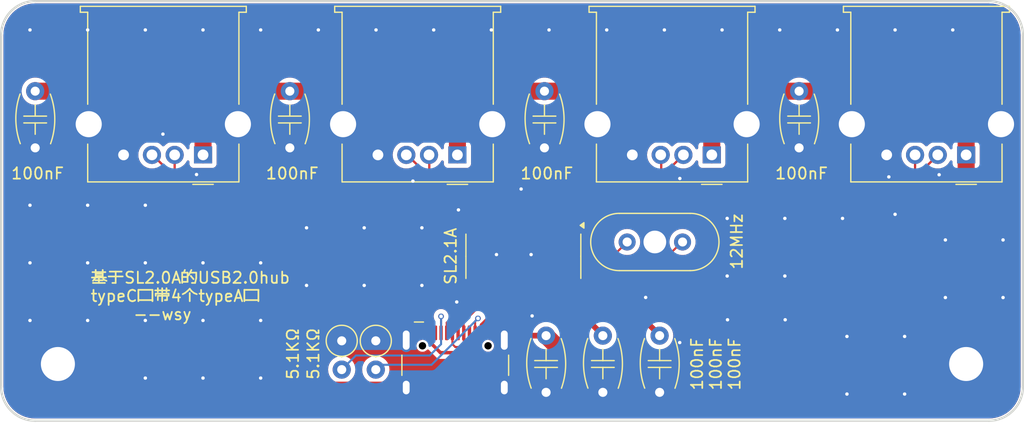
<source format=kicad_pcb>
(kicad_pcb (version 20240108) (generator "pcbnew") (generator_version "8.0")
  (layers (0 "F.Cu" signal) (31 "B.Cu" signal) (34 "B.Paste" user) (35 "F.Paste" user) (36 "B.SilkS" user "B.Silkscreen") (37 "F.SilkS" user "F.Silkscreen") (38 "B.Mask" user) (39 "F.Mask" user) (44 "Edge.Cuts" user))
  (net 0 "")
  (net 1 "GND")
  (net 2 "Net-(U1-XIN)")
  (net 3 "Net-(U1-XOUT)")
  (net 4 "VBUS")
  (net 5 "Net-(USB2-CC2)")
  (net 6 "Net-(USB2-CC1)")
  (net 7 "/USBA3_D+")
  (net 8 "/USBA2_D+")
  (net 9 "/USBA4_D-")
  (net 10 "/USBC_D+")
  (net 11 "/USBA1_D+")
  (net 12 "/USBA1_D-")
  (net 13 "/USBA2_D-")
  (net 14 "/USBC_D-")
  (net 15 "/USBA3_D-")
  (net 16 "/USBA4_D+")
  (net 17 "/VDD33")
  (net 18 "/VDD18")
  (footprint "PCM_Capacitor_THT_US_AKL:C_Disc_D5.1mm_W3.2mm_P5.00mm" (layer "F.Cu") (at 103 107.94 -90)
    (property "Reference" "C4" (hide yes))
    (property "Value" "100nF" (at 7.26 -0.21429 0) (layer "F.SilkS"))
    (fp_line (start 1.2 0) (end 2.2 0) (stroke (width 0.12)) (layer "F.SilkS"))
    (fp_line (start 2.2 0) (end 2.2 1) (stroke (width 0.12)) (layer "F.SilkS"))
    (fp_line (start 2.2 0) (end 2.2 -1) (stroke (width 0.12)) (layer "F.SilkS"))
    (fp_line (start 2.8 0) (end 3.8 0) (stroke (width 0.12)) (layer "F.SilkS"))
    (fp_line (start 2.8 -1) (end 2.8 1) (stroke (width 0.12)) (layer "F.SilkS"))
    (fp_arc (start 4.628144 1.313323) (mid 2.44283 1.704462) (end 0.254 1.3335) (stroke (width 0.12)) (layer "F.SilkS"))
    (fp_arc (start 0.261356 -1.3335) (mid 2.44667 -1.724639) (end 4.6355 -1.353676) (stroke (width 0.12)) (layer "F.SilkS"))
    (pad "1" thru_hole circle (at 0 0 270) (size 1.6 1.6) (drill 0.8) (layers "*.Cu" "*.Mask") (net 4 "VBUS"))
    (pad "2" thru_hole circle (at 5 0 270) (size 1.6 1.6) (drill 0.8) (layers "*.Cu" "*.Mask") (net 1 "GND"))
  )
  (footprint "Connector_USB:USB_C_Receptacle_HCTL_HC-TYPE-C-16P-01A" (layer "F.Cu") (at 140 133)
    (property "Reference" "USB2" (hide yes))
    (property "Value" "TYPE-C 16PIN 2MD(073)" (hide yes))
    (fp_line (start -4.7 -1.78) (end -4.7 0) (stroke (width 0.12)) (layer "F.SilkS"))
    (fp_line (start -2.8 -4.7) (end -3.6 -4.7) (stroke (width 0.12)) (layer "F.SilkS"))
    (fp_line (start 4.7 -1.78) (end 4.7 0) (stroke (width 0.12)) (layer "F.SilkS"))
    (pad "" np_thru_hole circle (at -2.89 -2.605) (size 0.65 0.65) (drill 0.65) (layers "*.Mask"))
    (pad "" np_thru_hole circle (at 2.89 -2.605) (size 0.65 0.65) (drill 0.65) (layers "*.Mask"))
    (pad "A1" smd roundrect (at -3.2 -3.745) (size 0.6 1.3) (layers "F.Cu" "F.Paste" "F.Mask") (net 1 "GND"))
    (pad "A4" smd roundrect (at -2.4 -3.745) (size 0.6 1.3) (layers "F.Cu" "F.Paste" "F.Mask") (net 4 "VBUS"))
    (pad "A5" smd roundrect (at -1.25 -3.745) (size 0.3 1.3) (layers "F.Cu" "F.Paste" "F.Mask") (net 6 "Net-(USB2-CC1)"))
    (pad "A6" smd roundrect (at -0.25 -3.745) (size 0.3 1.3) (layers "F.Cu" "F.Paste" "F.Mask") (net 10 "/USBC_D+"))
    (pad "A7" smd roundrect (at 0.25 -3.745) (size 0.3 1.3) (layers "F.Cu" "F.Paste" "F.Mask") (net 14 "/USBC_D-"))
    (pad "A8" smd roundrect (at 1.25 -3.745) (size 0.3 1.3) (layers "F.Cu" "F.Paste" "F.Mask"))
    (pad "A9" smd roundrect (at 2.4 -3.745) (size 0.6 1.3) (layers "F.Cu" "F.Paste" "F.Mask") (net 4 "VBUS"))
    (pad "A12" smd roundrect (at 3.2 -3.745) (size 0.6 1.3) (layers "F.Cu" "F.Paste" "F.Mask") (net 1 "GND"))
    (pad "B1" smd roundrect (at 3.2 -3.745) (size 0.6 1.3) (layers "F.Cu" "F.Paste" "F.Mask") (net 1 "GND"))
    (pad "B4" smd roundrect (at 2.4 -3.745) (size 0.6 1.3) (layers "F.Cu" "F.Paste" "F.Mask") (net 4 "VBUS"))
    (pad "B5" smd roundrect (at 1.75 -3.745) (size 0.3 1.3) (layers "F.Cu" "F.Paste" "F.Mask") (net 5 "Net-(USB2-CC2)"))
    (pad "B6" smd roundrect (at 0.75 -3.745) (size 0.3 1.3) (layers "F.Cu" "F.Paste" "F.Mask") (net 10 "/USBC_D+"))
    (pad "B7" smd roundrect (at -0.75 -3.745) (size 0.3 1.3) (layers "F.Cu" "F.Paste" "F.Mask") (net 14 "/USBC_D-"))
    (pad "B8" smd roundrect (at -1.75 -3.745) (size 0.3 1.3) (layers "F.Cu" "F.Paste" "F.Mask"))
    (pad "B9" smd roundrect (at -2.4 -3.745) (size 0.6 1.3) (layers "F.Cu" "F.Paste" "F.Mask") (net 4 "VBUS"))
    (pad "B12" smd roundrect (at -3.2 -3.745) (size 0.6 1.3) (layers "F.Cu" "F.Paste" "F.Mask") (net 1 "GND"))
    (pad "S1" thru_hole oval (at -4.32 -3.105) (size 1 2.1) (drill oval 0.6 1.7) (layers "*.Cu" "*.Mask") (net 1 "GND"))
    (pad "S1" thru_hole oval (at -4.32 1.075) (size 1 1.6) (drill oval 0.6 1.2) (layers "*.Cu" "*.Mask") (net 1 "GND"))
    (pad "S1" thru_hole oval (at 4.32 -3.105) (size 1 2.1) (drill oval 0.6 1.7) (layers "*.Cu" "*.Mask") (net 1 "GND"))
    (pad "S1" thru_hole oval (at 4.32 1.075) (size 1 1.6) (drill oval 0.6 1.2) (layers "*.Cu" "*.Mask") (net 1 "GND"))
  )
  (footprint "PCM_Capacitor_THT_US_AKL:C_Disc_D5.1mm_W3.2mm_P5.00mm" (layer "F.Cu") (at 125.42857 107.94 -90)
    (property "Reference" "C8" (hide yes))
    (property "Value" "100nF" (at 7.26 -0.21429 0) (layer "F.SilkS"))
    (fp_line (start 1.2 0) (end 2.2 0) (stroke (width 0.12)) (layer "F.SilkS"))
    (fp_line (start 2.2 0) (end 2.2 1) (stroke (width 0.12)) (layer "F.SilkS"))
    (fp_line (start 2.2 0) (end 2.2 -1) (stroke (width 0.12)) (layer "F.SilkS"))
    (fp_line (start 2.8 0) (end 3.8 0) (stroke (width 0.12)) (layer "F.SilkS"))
    (fp_line (start 2.8 -1) (end 2.8 1) (stroke (width 0.12)) (layer "F.SilkS"))
    (fp_arc (start 4.628144 1.313323) (mid 2.44283 1.704462) (end 0.254 1.3335) (stroke (width 0.12)) (layer "F.SilkS"))
    (fp_arc (start 0.261356 -1.3335) (mid 2.44667 -1.724639) (end 4.6355 -1.353676) (stroke (width 0.12)) (layer "F.SilkS"))
    (pad "1" thru_hole circle (at 0 0 270) (size 1.6 1.6) (drill 0.8) (layers "*.Cu" "*.Mask") (net 4 "VBUS"))
    (pad "2" thru_hole circle (at 5 0 270) (size 1.6 1.6) (drill 0.8) (layers "*.Cu" "*.Mask") (net 1 "GND"))
  )
  (footprint "MountingHole:MountingHole_3mm_Pad" (layer "F.Cu") (at 185 132)
    (property "Reference" "H1" (hide yes))
    (property "Value" "~")
    (pad "1" thru_hole circle (at 0 0) (size 6 6) (drill 3) (layers "*.Cu" "*.Mask") (net 1 "GND"))
  )
  (footprint "PCM_Capacitor_THT_US_AKL:C_Disc_D5.1mm_W3.2mm_P5.00mm" (layer "F.Cu") (at 148 129.5 -90)
    (property "Reference" "C7" (hide yes))
    (property "Value" "100nF" (at 2.5 -13.3 -90) (layer "F.SilkS"))
    (fp_line (start 1.2 0) (end 2.2 0) (stroke (width 0.12)) (layer "F.SilkS"))
    (fp_line (start 2.2 0) (end 2.2 1) (stroke (width 0.12)) (layer "F.SilkS"))
    (fp_line (start 2.2 0) (end 2.2 -1) (stroke (width 0.12)) (layer "F.SilkS"))
    (fp_line (start 2.8 0) (end 3.8 0) (stroke (width 0.12)) (layer "F.SilkS"))
    (fp_line (start 2.8 -1) (end 2.8 1) (stroke (width 0.12)) (layer "F.SilkS"))
    (fp_arc (start 4.628144 1.313323) (mid 2.44283 1.704462) (end 0.254 1.3335) (stroke (width 0.12)) (layer "F.SilkS"))
    (fp_arc (start 0.261356 -1.3335) (mid 2.44667 -1.724639) (end 4.6355 -1.353676) (stroke (width 0.12)) (layer "F.SilkS"))
    (pad "1" thru_hole circle (at 0 0 270) (size 1.6 1.6) (drill 0.8) (layers "*.Cu" "*.Mask") (net 4 "VBUS"))
    (pad "2" thru_hole circle (at 5 0 270) (size 1.6 1.6) (drill 0.8) (layers "*.Cu" "*.Mask") (net 1 "GND"))
  )
  (footprint "PCM_Capacitor_THT_US_AKL:C_Disc_D5.1mm_W3.2mm_P5.00mm" (layer "F.Cu") (at 147.85714 107.94 -90)
    (property "Reference" "C6" (hide yes))
    (property "Value" "100nF" (at 7.26 -0.21429 0) (layer "F.SilkS"))
    (fp_line (start 1.2 0) (end 2.2 0) (stroke (width 0.12)) (layer "F.SilkS"))
    (fp_line (start 2.2 0) (end 2.2 1) (stroke (width 0.12)) (layer "F.SilkS"))
    (fp_line (start 2.2 0) (end 2.2 -1) (stroke (width 0.12)) (layer "F.SilkS"))
    (fp_line (start 2.8 0) (end 3.8 0) (stroke (width 0.12)) (layer "F.SilkS"))
    (fp_line (start 2.8 -1) (end 2.8 1) (stroke (width 0.12)) (layer "F.SilkS"))
    (fp_arc (start 4.628144 1.313323) (mid 2.44283 1.704462) (end 0.254 1.3335) (stroke (width 0.12)) (layer "F.SilkS"))
    (fp_arc (start 0.261356 -1.3335) (mid 2.44667 -1.724639) (end 4.6355 -1.353676) (stroke (width 0.12)) (layer "F.SilkS"))
    (pad "1" thru_hole circle (at 0 0 270) (size 1.6 1.6) (drill 0.8) (layers "*.Cu" "*.Mask") (net 4 "VBUS"))
    (pad "2" thru_hole circle (at 5 0 270) (size 1.6 1.6) (drill 0.8) (layers "*.Cu" "*.Mask") (net 1 "GND"))
  )
  (footprint "MountingHole:MountingHole_3mm_Pad" (layer "F.Cu") (at 105 132)
    (property "Reference" "H2" (hide yes))
    (property "Value" "~")
    (pad "1" thru_hole circle (at 0 0) (size 6 6) (drill 3) (layers "*.Cu" "*.Mask") (net 1 "GND"))
  )
  (footprint "PCM_Resistor_THT_AKL:R_Axial_DIN0207_L6.3mm_D2.5mm_P2.54mm_Vertical" (layer "F.Cu") (at 133 129.955 -90)
    (property "Reference" "R1" (hide yes))
    (property "Value" "5.1KΩ" (at 1.145 5.5 -90) (layer "F.SilkS"))
    (fp_line (start 1.37 0) (end 1.44 0) (stroke (width 0.12)) (layer "F.SilkS"))
    (fp_circle (center 0 0) (end 1.37 0) (stroke (width 0.12)) (fill none) (layer "F.SilkS"))
    (pad "1" thru_hole circle (at 0 0 270) (size 1.6 1.6) (drill 0.8) (layers "*.Cu" "*.Mask") (net 1 "GND"))
    (pad "2" thru_hole oval (at 2.54 0 270) (size 1.6 1.6) (drill 0.8) (layers "*.Cu" "*.Mask") (net 5 "Net-(USB2-CC2)"))
  )
  (footprint "Connector_USB:USB_A_Molex_67643_Horizontal" (layer "F.Cu") (at 185 113.56 180)
    (property "Reference" "USB1" (hide yes))
    (property "Value" "USB_A" (hide yes))
    (fp_line (start 10.81 13.1) (end 10.81 12.58) (stroke (width 0.12)) (layer "F.SilkS"))
    (fp_line (start 10.81 12.58) (end 10.16 12.58) (stroke (width 0.12)) (layer "F.SilkS"))
    (fp_line (start 10.16 4.47) (end 10.16 12.58) (stroke (width 0.12)) (layer "F.SilkS"))
    (fp_line (start 10.16 -2.38) (end 10.16 0.95) (stroke (width 0.12)) (layer "F.SilkS"))
    (fp_line (start -0.9 -2.6) (end 0.9 -2.6) (stroke (width 0.12)) (layer "F.SilkS"))
    (fp_line (start -3.16 12.58) (end -3.16 4.47) (stroke (width 0.12)) (layer "F.SilkS"))
    (fp_line (start -3.16 12.58) (end -3.81 12.58) (stroke (width 0.12)) (layer "F.SilkS"))
    (fp_line (start -3.16 -2.38) (end 10.16 -2.38) (stroke (width 0.12)) (layer "F.SilkS"))
    (fp_line (start -3.16 -2.38) (end -3.16 0.95) (stroke (width 0.12)) (layer "F.SilkS"))
    (fp_line (start -3.81 13.1) (end 10.81 13.1) (stroke (width 0.12)) (layer "F.SilkS"))
    (fp_line (start -3.81 12.58) (end -3.81 13.1) (stroke (width 0.12)) (layer "F.SilkS"))
    (pad "1" thru_hole rect (at 0 0 180) (size 1.6 1.5) (drill 0.95) (layers "*.Cu" "*.Mask") (net 4 "VBUS"))
    (pad "2" thru_hole circle (at 2.5 0 180) (size 1.6 1.6) (drill 0.95) (layers "*.Cu" "*.Mask") (net 12 "/USBA1_D-"))
    (pad "3" thru_hole circle (at 4.5 0 180) (size 1.6 1.6) (drill 0.95) (layers "*.Cu" "*.Mask") (net 11 "/USBA1_D+"))
    (pad "4" thru_hole circle (at 7 0 180) (size 1.6 1.6) (drill 0.95) (layers "*.Cu" "*.Mask") (net 1 "GND"))
    (pad "5" thru_hole circle (at -3.07 2.71 180) (size 3 3) (drill 2.3) (layers "*.Cu" "*.Mask") (net 1 "GND"))
    (pad "5" thru_hole circle (at 10.07 2.71 180) (size 3 3) (drill 2.3) (layers "*.Cu" "*.Mask") (net 1 "GND"))
  )
  (footprint "PCM_Capacitor_THT_US_AKL:C_Disc_D5.1mm_W3.2mm_P5.00mm" (layer "F.Cu") (at 158 129.5 -90)
    (property "Reference" "C3" (hide yes))
    (property "Value" "100nF" (at 2.5 -6.6 -90) (layer "F.SilkS"))
    (fp_line (start 1.2 0) (end 2.2 0) (stroke (width 0.12)) (layer "F.SilkS"))
    (fp_line (start 2.2 0) (end 2.2 1) (stroke (width 0.12)) (layer "F.SilkS"))
    (fp_line (start 2.2 0) (end 2.2 -1) (stroke (width 0.12)) (layer "F.SilkS"))
    (fp_line (start 2.8 0) (end 3.8 0) (stroke (width 0.12)) (layer "F.SilkS"))
    (fp_line (start 2.8 -1) (end 2.8 1) (stroke (width 0.12)) (layer "F.SilkS"))
    (fp_arc (start 4.628144 1.313323) (mid 2.44283 1.704462) (end 0.254 1.3335) (stroke (width 0.12)) (layer "F.SilkS"))
    (fp_arc (start 0.261356 -1.3335) (mid 2.44667 -1.724639) (end 4.6355 -1.353676) (stroke (width 0.12)) (layer "F.SilkS"))
    (pad "1" thru_hole circle (at 0 0 270) (size 1.6 1.6) (drill 0.8) (layers "*.Cu" "*.Mask") (net 18 "/VDD18"))
    (pad "2" thru_hole circle (at 5 0 270) (size 1.6 1.6) (drill 0.8) (layers "*.Cu" "*.Mask") (net 1 "GND"))
  )
  (footprint "Connector_USB:USB_A_Molex_67643_Horizontal" (layer "F.Cu") (at 162.594761 113.56 180)
    (property "Reference" "USB3" (hide yes))
    (property "Value" "USB_A" (hide yes))
    (fp_line (start 10.81 13.1) (end 10.81 12.58) (stroke (width 0.12)) (layer "F.SilkS"))
    (fp_line (start 10.81 12.58) (end 10.16 12.58) (stroke (width 0.12)) (layer "F.SilkS"))
    (fp_line (start 10.16 4.47) (end 10.16 12.58) (stroke (width 0.12)) (layer "F.SilkS"))
    (fp_line (start 10.16 -2.38) (end 10.16 0.95) (stroke (width 0.12)) (layer "F.SilkS"))
    (fp_line (start -0.9 -2.6) (end 0.9 -2.6) (stroke (width 0.12)) (layer "F.SilkS"))
    (fp_line (start -3.16 12.58) (end -3.16 4.47) (stroke (width 0.12)) (layer "F.SilkS"))
    (fp_line (start -3.16 12.58) (end -3.81 12.58) (stroke (width 0.12)) (layer "F.SilkS"))
    (fp_line (start -3.16 -2.38) (end 10.16 -2.38) (stroke (width 0.12)) (layer "F.SilkS"))
    (fp_line (start -3.16 -2.38) (end -3.16 0.95) (stroke (width 0.12)) (layer "F.SilkS"))
    (fp_line (start -3.81 13.1) (end 10.81 13.1) (stroke (width 0.12)) (layer "F.SilkS"))
    (fp_line (start -3.81 12.58) (end -3.81 13.1) (stroke (width 0.12)) (layer "F.SilkS"))
    (pad "1" thru_hole rect (at 0 0 180) (size 1.6 1.5) (drill 0.95) (layers "*.Cu" "*.Mask") (net 4 "VBUS"))
    (pad "2" thru_hole circle (at 2.5 0 180) (size 1.6 1.6) (drill 0.95) (layers "*.Cu" "*.Mask") (net 13 "/USBA2_D-"))
    (pad "3" thru_hole circle (at 4.5 0 180) (size 1.6 1.6) (drill 0.95) (layers "*.Cu" "*.Mask") (net 8 "/USBA2_D+"))
    (pad "4" thru_hole circle (at 7 0 180) (size 1.6 1.6) (drill 0.95) (layers "*.Cu" "*.Mask") (net 1 "GND"))
    (pad "5" thru_hole circle (at -3.07 2.71 180) (size 3 3) (drill 2.3) (layers "*.Cu" "*.Mask") (net 1 "GND"))
    (pad "5" thru_hole circle (at 10.07 2.71 180) (size 3 3) (drill 2.3) (layers "*.Cu" "*.Mask") (net 1 "GND"))
  )
  (footprint "PCM_Capacitor_THT_US_AKL:C_Disc_D5.1mm_W3.2mm_P5.00mm" (layer "F.Cu") (at 153 129.5 -90)
    (property "Reference" "C2" (hide yes))
    (property "Value" "100nF" (at 2.5 -9.95 -90) (layer "F.SilkS"))
    (fp_line (start 1.2 0) (end 2.2 0) (stroke (width 0.12)) (layer "F.SilkS"))
    (fp_line (start 2.2 0) (end 2.2 1) (stroke (width 0.12)) (layer "F.SilkS"))
    (fp_line (start 2.2 0) (end 2.2 -1) (stroke (width 0.12)) (layer "F.SilkS"))
    (fp_line (start 2.8 0) (end 3.8 0) (stroke (width 0.12)) (layer "F.SilkS"))
    (fp_line (start 2.8 -1) (end 2.8 1) (stroke (width 0.12)) (layer "F.SilkS"))
    (fp_arc (start 4.628144 1.313323) (mid 2.44283 1.704462) (end 0.254 1.3335) (stroke (width 0.12)) (layer "F.SilkS"))
    (fp_arc (start 0.261356 -1.3335) (mid 2.44667 -1.724639) (end 4.6355 -1.353676) (stroke (width 0.12)) (layer "F.SilkS"))
    (pad "1" thru_hole circle (at 0 0 270) (size 1.6 1.6) (drill 0.8) (layers "*.Cu" "*.Mask") (net 17 "/VDD33"))
    (pad "2" thru_hole circle (at 5 0 270) (size 1.6 1.6) (drill 0.8) (layers "*.Cu" "*.Mask") (net 1 "GND"))
  )
  (footprint "wsylib:Crystal_HC49-U-3Pin_Vertical_change" (layer "F.Cu") (at 160.02 121.24 180)
    (property "Reference" "X1" (hide yes))
    (property "Value" "12MHz_±20ppm_20pF_HC-49S" (hide yes))
    (property "osc" "12MHz" (at -4.78 0.04 90) (layer "F.SilkS"))
    (fp_line (start -0.685 2.525) (end 5.565 2.525) (stroke (width 0.12)) (layer "F.SilkS"))
    (fp_line (start -0.685 -2.525) (end 5.565 -2.525) (stroke (width 0.12)) (layer "F.SilkS"))
    (fp_arc (start 5.565 -2.525) (mid 8.09 0) (end 5.565 2.525) (stroke (width 0.12)) (layer "F.SilkS"))
    (fp_arc (start -0.685 2.525) (mid -3.21 0) (end -0.685 -2.525) (stroke (width 0.12)) (layer "F.SilkS"))
    (pad "1" thru_hole circle (at 0 0 180) (size 1.5 1.5) (drill 0.8) (layers "*.Cu" "*.Mask") (net 2 "Net-(U1-XIN)"))
    (pad "2" thru_hole circle (at 2.44 0 180) (size 2.5 2.5) (drill 2) (layers "*.Cu" "*.Mask") (net 1 "GND"))
    (pad "3" thru_hole circle (at 4.88 0 180) (size 1.5 1.5) (drill 0.8) (layers "*.Cu" "*.Mask") (net 3 "Net-(U1-XOUT)"))
  )
  (footprint "Connector_USB:USB_A_Molex_67643_Horizontal" (layer "F.Cu") (at 140.189523 113.56 180)
    (property "Reference" "USB4" (hide yes))
    (property "Value" "USB_A" (hide yes))
    (fp_line (start 10.81 13.1) (end 10.81 12.58) (stroke (width 0.12)) (layer "F.SilkS"))
    (fp_line (start 10.81 12.58) (end 10.16 12.58) (stroke (width 0.12)) (layer "F.SilkS"))
    (fp_line (start 10.16 4.47) (end 10.16 12.58) (stroke (width 0.12)) (layer "F.SilkS"))
    (fp_line (start 10.16 -2.38) (end 10.16 0.95) (stroke (width 0.12)) (layer "F.SilkS"))
    (fp_line (start -0.9 -2.6) (end 0.9 -2.6) (stroke (width 0.12)) (layer "F.SilkS"))
    (fp_line (start -3.16 12.58) (end -3.16 4.47) (stroke (width 0.12)) (layer "F.SilkS"))
    (fp_line (start -3.16 12.58) (end -3.81 12.58) (stroke (width 0.12)) (layer "F.SilkS"))
    (fp_line (start -3.16 -2.38) (end 10.16 -2.38) (stroke (width 0.12)) (layer "F.SilkS"))
    (fp_line (start -3.16 -2.38) (end -3.16 0.95) (stroke (width 0.12)) (layer "F.SilkS"))
    (fp_line (start -3.81 13.1) (end 10.81 13.1) (stroke (width 0.12)) (layer "F.SilkS"))
    (fp_line (start -3.81 12.58) (end -3.81 13.1) (stroke (width 0.12)) (layer "F.SilkS"))
    (pad "1" thru_hole rect (at 0 0 180) (size 1.6 1.5) (drill 0.95) (layers "*.Cu" "*.Mask") (net 4 "VBUS"))
    (pad "2" thru_hole circle (at 2.5 0 180) (size 1.6 1.6) (drill 0.95) (layers "*.Cu" "*.Mask") (net 15 "/USBA3_D-"))
    (pad "3" thru_hole circle (at 4.5 0 180) (size 1.6 1.6) (drill 0.95) (layers "*.Cu" "*.Mask") (net 7 "/USBA3_D+"))
    (pad "4" thru_hole circle (at 7 0 180) (size 1.6 1.6) (drill 0.95) (layers "*.Cu" "*.Mask") (net 1 "GND"))
    (pad "5" thru_hole circle (at -3.07 2.71 180) (size 3 3) (drill 2.3) (layers "*.Cu" "*.Mask") (net 1 "GND"))
    (pad "5" thru_hole circle (at 10.07 2.71 180) (size 3 3) (drill 2.3) (layers "*.Cu" "*.Mask") (net 1 "GND"))
  )
  (footprint "PCM_Capacitor_THT_US_AKL:C_Disc_D5.1mm_W3.2mm_P5.00mm" (layer "F.Cu") (at 170.28571 107.94 -90)
    (property "Reference" "C1" (hide yes))
    (property "Value" "100nF" (at 7.26 -0.21429 0) (layer "F.SilkS"))
    (fp_line (start 1.2 0) (end 2.2 0) (stroke (width 0.12)) (layer "F.SilkS"))
    (fp_line (start 2.2 0) (end 2.2 1) (stroke (width 0.12)) (layer "F.SilkS"))
    (fp_line (start 2.2 0) (end 2.2 -1) (stroke (width 0.12)) (layer "F.SilkS"))
    (fp_line (start 2.8 0) (end 3.8 0) (stroke (width 0.12)) (layer "F.SilkS"))
    (fp_line (start 2.8 -1) (end 2.8 1) (stroke (width 0.12)) (layer "F.SilkS"))
    (fp_arc (start 4.628144 1.313323) (mid 2.44283 1.704462) (end 0.254 1.3335) (stroke (width 0.12)) (layer "F.SilkS"))
    (fp_arc (start 0.261356 -1.3335) (mid 2.44667 -1.724639) (end 4.6355 -1.353676) (stroke (width 0.12)) (layer "F.SilkS"))
    (pad "1" thru_hole circle (at 0 0 270) (size 1.6 1.6) (drill 0.8) (layers "*.Cu" "*.Mask") (net 4 "VBUS"))
    (pad "2" thru_hole circle (at 5 0 270) (size 1.6 1.6) (drill 0.8) (layers "*.Cu" "*.Mask") (net 1 "GND"))
  )
  (footprint "Connector_USB:USB_A_Molex_67643_Horizontal" (layer "F.Cu") (at 117.784285 113.56 180)
    (property "Reference" "USB5" (hide yes))
    (property "Value" "USB_A" (hide yes))
    (fp_line (start 10.81 13.1) (end 10.81 12.58) (stroke (width 0.12)) (layer "F.SilkS"))
    (fp_line (start 10.81 12.58) (end 10.16 12.58) (stroke (width 0.12)) (layer "F.SilkS"))
    (fp_line (start 10.16 4.47) (end 10.16 12.58) (stroke (width 0.12)) (layer "F.SilkS"))
    (fp_line (start 10.16 -2.38) (end 10.16 0.95) (stroke (width 0.12)) (layer "F.SilkS"))
    (fp_line (start -0.9 -2.6) (end 0.9 -2.6) (stroke (width 0.12)) (layer "F.SilkS"))
    (fp_line (start -3.16 12.58) (end -3.16 4.47) (stroke (width 0.12)) (layer "F.SilkS"))
    (fp_line (start -3.16 12.58) (end -3.81 12.58) (stroke (width 0.12)) (layer "F.SilkS"))
    (fp_line (start -3.16 -2.38) (end 10.16 -2.38) (stroke (width 0.12)) (layer "F.SilkS"))
    (fp_line (start -3.16 -2.38) (end -3.16 0.95) (stroke (width 0.12)) (layer "F.SilkS"))
    (fp_line (start -3.81 13.1) (end 10.81 13.1) (stroke (width 0.12)) (layer "F.SilkS"))
    (fp_line (start -3.81 12.58) (end -3.81 13.1) (stroke (width 0.12)) (layer "F.SilkS"))
    (pad "1" thru_hole rect (at 0 0 180) (size 1.6 1.5) (drill 0.95) (layers "*.Cu" "*.Mask") (net 4 "VBUS"))
    (pad "2" thru_hole circle (at 2.5 0 180) (size 1.6 1.6) (drill 0.95) (layers "*.Cu" "*.Mask") (net 9 "/USBA4_D-"))
    (pad "3" thru_hole circle (at 4.5 0 180) (size 1.6 1.6) (drill 0.95) (layers "*.Cu" "*.Mask") (net 16 "/USBA4_D+"))
    (pad "4" thru_hole circle (at 7 0 180) (size 1.6 1.6) (drill 0.95) (layers "*.Cu" "*.Mask") (net 1 "GND"))
    (pad "5" thru_hole circle (at -3.07 2.71 180) (size 3 3) (drill 2.3) (layers "*.Cu" "*.Mask") (net 1 "GND"))
    (pad "5" thru_hole circle (at 10.07 2.71 180) (size 3 3) (drill 2.3) (layers "*.Cu" "*.Mask") (net 1 "GND"))
  )
  (footprint "Package_SO:SOP-16_3.9x9.9mm_P1.27mm" (layer "F.Cu") (at 146 122.5 -90)
    (property "Reference" "U1" (hide yes))
    (property "Value" "SL2.1A" (at 0 6.4 90) (layer "F.SilkS"))
    (fp_line (start 0 5.06) (end -1.95 5.06) (stroke (width 0.12)) (layer "F.SilkS"))
    (fp_line (start 0 5.06) (end 1.95 5.06) (stroke (width 0.12)) (layer "F.SilkS"))
    (fp_line (start 0 -5.06) (end -1.95 -5.06) (stroke (width 0.12)) (layer "F.SilkS"))
    (fp_line (start 0 -5.06) (end 1.95 -5.06) (stroke (width 0.12)) (layer "F.SilkS"))
    (fp_poly (pts (xy -2.725 -5.005) (xy -2.965 -5.335) (xy -2.485 -5.335) (xy -2.725 -5.005)) (stroke (width 0.12)) (fill solid) (layer "F.SilkS"))
    (pad "1" smd roundrect (at -2.5 -4.445 270) (size 2 0.6) (layers "F.Cu" "F.Paste" "F.Mask") (net 12 "/USBA1_D-"))
    (pad "2" smd roundrect (at -2.5 -3.175 270) (size 2 0.6) (layers "F.Cu" "F.Paste" "F.Mask") (net 11 "/USBA1_D+"))
    (pad "3" smd roundrect (at -2.5 -1.905 270) (size 2 0.6) (layers "F.Cu" "F.Paste" "F.Mask") (net 13 "/USBA2_D-"))
    (pad "4" smd roundrect (at -2.5 -0.635 270) (size 2 0.6) (layers "F.Cu" "F.Paste" "F.Mask") (net 8 "/USBA2_D+"))
    (pad "5" smd roundrect (at -2.5 0.635 270) (size 2 0.6) (layers "F.Cu" "F.Paste" "F.Mask") (net 15 "/USBA3_D-"))
    (pad "6" smd roundrect (at -2.5 1.905 270) (size 2 0.6) (layers "F.Cu" "F.Paste" "F.Mask") (net 7 "/USBA3_D+"))
    (pad "7" smd roundrect (at -2.5 3.175 270) (size 2 0.6) (layers "F.Cu" "F.Paste" "F.Mask") (net 9 "/USBA4_D-"))
    (pad "8" smd roundrect (at -2.5 4.445 270) (size 2 0.6) (layers "F.Cu" "F.Paste" "F.Mask") (net 16 "/USBA4_D+"))
    (pad "9" smd roundrect (at 2.5 4.445 270) (size 2 0.6) (layers "F.Cu" "F.Paste" "F.Mask") (net 14 "/USBC_D-"))
    (pad "10" smd roundrect (at 2.5 3.175 270) (size 2 0.6) (layers "F.Cu" "F.Paste" "F.Mask") (net 10 "/USBC_D+"))
    (pad "11" smd roundrect (at 2.5 1.905 270) (size 2 0.6) (layers "F.Cu" "F.Paste" "F.Mask") (net 4 "VBUS"))
    (pad "12" smd roundrect (at 2.5 0.635 270) (size 2 0.6) (layers "F.Cu" "F.Paste" "F.Mask") (net 1 "GND"))
    (pad "13" smd roundrect (at 2.5 -0.635 270) (size 2 0.6) (layers "F.Cu" "F.Paste" "F.Mask") (net 17 "/VDD33"))
    (pad "14" smd roundrect (at 2.5 -1.905 270) (size 2 0.6) (layers "F.Cu" "F.Paste" "F.Mask") (net 18 "/VDD18"))
    (pad "15" smd roundrect (at 2.5 -3.175 270) (size 2 0.6) (layers "F.Cu" "F.Paste" "F.Mask") (net 3 "Net-(U1-XOUT)"))
    (pad "16" smd roundrect (at 2.5 -4.445 270) (size 2 0.6) (layers "F.Cu" "F.Paste" "F.Mask") (net 2 "Net-(U1-XIN)"))
  )
  (footprint "PCM_Resistor_THT_AKL:R_Axial_DIN0207_L6.3mm_D2.5mm_P2.54mm_Vertical" (layer "F.Cu") (at 130 129.955 -90)
    (property "Reference" "R2" (hide yes))
    (property "Value" "5.1KΩ" (at 1.145 4.3 -90) (layer "F.SilkS"))
    (fp_line (start 1.37 0) (end 1.44 0) (stroke (width 0.12)) (layer "F.SilkS"))
    (fp_circle (center 0 0) (end 1.37 0) (stroke (width 0.12)) (fill none) (layer "F.SilkS"))
    (pad "1" thru_hole circle (at 0 0 270) (size 1.6 1.6) (drill 0.8) (layers "*.Cu" "*.Mask") (net 1 "GND"))
    (pad "2" thru_hole oval (at 2.54 0 270) (size 1.6 1.6) (drill 0.8) (layers "*.Cu" "*.Mask") (net 6 "Net-(USB2-CC1)"))
  )
  (gr_line (start 103 100) (end 187 100) (stroke (width 0.2)) (layer "Edge.Cuts"))
  (gr_arc (start 103 137) (mid 100.87868 136.12132) (end 100 134) (stroke (width 0.2)) (layer "Edge.Cuts"))
  (gr_line (start 100 134) (end 100 103) (stroke (width 0.2)) (layer "Edge.Cuts"))
  (gr_arc (start 100 103) (mid 100.87868 100.87868) (end 103 100) (stroke (width 0.2)) (layer "Edge.Cuts"))
  (gr_arc (start 190 134) (mid 189.12132 136.12132) (end 187 137) (stroke (width 0.2)) (layer "Edge.Cuts"))
  (gr_line (start 190 103) (end 190 134) (stroke (width 0.2)) (layer "Edge.Cuts"))
  (gr_line (start 187 137) (end 103 137) (stroke (width 0.2)) (layer "Edge.Cuts"))
  (gr_arc (start 187 100) (mid 189.12132 100.87868) (end 190 103) (stroke (width 0.2)) (layer "Edge.Cuts"))
  (gr_text "基于SL2.0A的USB2.0hub\ntypeC口带4个typeA口\n	--wsy" (at 107.8 128.2 0) (layer "F.SilkS") (effects (font (size 1 1)) (justify left bottom)))
  (segment (start 135.675 133.7865) (end 147.2465 133.7865) (width 1.5) (layer "F.Cu") (net 1))
  (segment (start 130 129.955) (end 128.86863 129.955) (width 1.5) (layer "F.Cu") (net 1))
  (segment (start 141.11 122.35) (end 135.675 127.785) (width 1) (layer "F.Cu") (net 1))
  (segment (start 182.46 134.54) (end 185 132) (width 1.5) (layer "F.Cu") (net 1))
  (segment (start 155.84 119.5) (end 154.2 119.5) (width 1) (layer "F.Cu") (net 1))
  (segment (start 147.2465 133.7865) (end 148 134.54) (width 1.5) (layer "F.Cu") (net 1))
  (segment (start 157.58 121.24) (end 155.84 119.5) (width 1) (layer "F.Cu") (net 1))
  (segment (start 135.675 133.7865) (end 135.1565 134.305) (width 1.5) (layer "F.Cu") (net 1))
  (segment (start 158 134.54) (end 182.46 134.54) (width 1.5) (layer "F.Cu") (net 1))
  (segment (start 145.365 125.3725) (end 145.365 122.395) (width 0.5) (layer "F.Cu") (net 1))
  (segment (start 135.675 129.5865) (end 133.3685 129.5865) (width 1.5) (layer "F.Cu") (net 1))
  (segment (start 154.2 119.5) (end 151.35 122.35) (width 1) (layer "F.Cu") (net 1))
  (segment (start 145.41 122.35) (end 143.63 122.35) (width 1) (layer "F.Cu") (net 1))
  (segment (start 136.8 129.0365) (end 136.225 129.0365) (width 0.5) (layer "F.Cu") (net 1))
  (segment (start 143.775 129.0365) (end 144.325 129.5865) (width 0.5) (layer "F.Cu") (net 1))
  (segment (start 107.305 134.305) (end 105 132) (width 1.5) (layer "F.Cu") (net 1))
  (segment (start 145.365 122.395) (end 145.41 122.35) (width 0.5) (layer "F.Cu") (net 1))
  (segment (start 136.225 129.0365) (end 135.675 129.5865) (width 0.5) (layer "F.Cu") (net 1))
  (segment (start 148 134.54) (end 158 134.54) (width 1.5) (layer "F.Cu") (net 1))
  (segment (start 151.35 122.35) (end 146.68 122.35) (width 1) (layer "F.Cu") (net 1))
  (segment (start 128.86863 129.955) (end 126.9 131.92363) (width 1.5) (layer "F.Cu") (net 1))
  (segment (start 146.68 122.35) (end 145.41 122.35) (width 1) (layer "F.Cu") (net 1))
  (segment (start 126.9 134.305) (end 107.305 134.305) (width 1.5) (layer "F.Cu") (net 1))
  (segment (start 130 129.955) (end 133 129.955) (width 1.5) (layer "F.Cu") (net 1))
  (segment (start 143.63 122.35) (end 141.11 122.35) (width 1) (layer "F.Cu") (net 1))
  (segment (start 126.9 131.92363) (end 126.9 134.305) (width 1.5) (layer "F.Cu") (net 1))
  (segment (start 135.675 127.785) (end 135.675 129.5865) (width 1) (layer "F.Cu") (net 1))
  (segment (start 133.3685 129.5865) (end 133 129.955) (width 1.5) (layer "F.Cu") (net 1))
  (segment (start 143.2 129.0365) (end 143.775 129.0365) (width 0.5) (layer "F.Cu") (net 1))
  (segment (start 135.1565 134.305) (end 126.9 134.305) (width 1.5) (layer "F.Cu") (net 1))
  (segment (start 144.325 129.5865) (end 144.325 133.7865) (width 1.5) (layer "F.Cu") (net 1))
  (via (at 114.25 111.728) (size 0.5) (drill 0.3) (layers "F.Cu" "B.Cu") (net 1))
  (via (at 169.03 119.16) (size 0.5) (drill 0.3) (layers "F.Cu" "B.Cu") (net 1))
  (via (at 122.86 123.08) (size 0.5) (drill 0.3) (layers "F.Cu" "B.Cu") (net 1))
  (via (at 168.58 102.54) (size 0.5) (drill 0.3) (layers "F.Cu" "B.Cu") (net 1))
  (via (at 163.98 128.1) (size 0.5) (drill 0.3) (layers "F.Cu" "B.Cu") (net 1))
  (via (at 112.7 102.54) (size 0.5) (drill 0.3) (layers "F.Cu" "B.Cu") (net 1))
  (via (at 133.02 102.54) (size 0.5) (drill 0.3) (layers "F.Cu" "B.Cu") (net 1))
  (via (at 183.82 102.54) (size 0.5) (drill 0.3) (layers "F.Cu" "B.Cu") (net 1))
  (via (at 117.78 102.54) (size 0.5) (drill 0.3) (layers "F.Cu" "B.Cu") (net 1))
  (via (at 178.74 102.54) (size 0.5) (drill 0.3) (layers "F.Cu" "B.Cu") (net 1))
  (via (at 188.25 126.14) (size 0.5) (drill 0.3) (layers "F.Cu" "B.Cu") (net 1))
  (via (at 183.17 121.06) (size 0.5) (drill 0.3) (layers "F.Cu" "B.Cu") (net 1))
  (via (at 137.06 119.99) (size 0.5) (drill 0.3) (layers "F.Cu" "B.Cu") (net 1))
  (via (at 102.54 118) (size 0.5) (drill 0.3) (layers "F.Cu" "B.Cu") (net 1))
  (via (at 174.5 129.57) (size 0.5) (drill 0.3) (layers "F.Cu" "B.Cu") (net 1))
  (via (at 122.86 102.54) (size 0.5) (drill 0.3) (layers "F.Cu" "B.Cu") (net 1))
  (via (at 122.86 128.16) (size 0.5) (drill 0.3) (layers "F.Cu" "B.Cu") (net 1))
  (via (at 183.17 126.14) (size 0.5) (drill 0.3) (layers "F.Cu" "B.Cu") (net 1))
  (via (at 107.62 102.54) (size 0.5) (drill 0.3) (layers "F.Cu" "B.Cu") (net 1))
  (via (at 188.25 121.06) (size 0.5) (drill 0.3) (layers "F.Cu" "B.Cu") (net 1))
  (via (at 112.7 123.08) (size 0.5) (drill 0.3) (layers "F.Cu" "B.Cu") (net 1))
  (via (at 146.68 122.35) (size 0.5) (drill 0.3) (layers "F.Cu" "B.Cu") (net 1))
  (via (at 131.98 119.99) (size 0.5) (drill 0.3) (layers "F.Cu" "B.Cu") (net 1))
  (via (at 126.9 119.99) (size 0.5) (drill 0.3) (layers "F.Cu" "B.Cu") (net 1))
  (via (at 107.62 128.16) (size 0.5) (drill 0.3) (layers "F.Cu" "B.Cu") (net 1))
  (via (at 138.1 102.54) (size 0.5) (drill 0.3) (layers "F.Cu" "B.Cu") (net 1))
  (via (at 159.78 115.64) (size 0.5) (drill 0.3) (layers "F.Cu" "B.Cu") (net 1))
  (via (at 117.78 128.16) (size 0.5) (drill 0.3) (layers "F.Cu" "B.Cu") (net 1))
  (via (at 178.74 118.8) (size 0.5) (drill 0.3) (layers "F.Cu" "B.Cu") (net 1))
  (via (at 137.06 125.07) (size 0.5) (drill 0.3) (layers "F.Cu" "B.Cu") (net 1))
  (via (at 174.5 134.65) (size 0.5) (drill 0.3) (layers "F.Cu" "B.Cu") (net 1))
  (via (at 163.95 119.16) (size 0.5) (drill 0.3) (layers "F.Cu" "B.Cu") (net 1))
  (via (at 143.63 122.35) (size 0.5) (drill 0.3) (layers "F.Cu" "B.Cu") (net 1))
  (via (at 102.54 128.16) (size 0.5) (drill 0.3) (layers "F.Cu" "B.Cu") (net 1))
  (via (at 156.77 126.13) (size 0.5) (drill 0.3) (layers "F.Cu" "B.Cu") (net 1))
  (via (at 122.86 133.24) (size 0.5) (drill 0.3) (layers "F.Cu" "B.Cu") (net 1))
  (via (at 158.42 102.54) (size 0.5) (drill 0.3) (layers "F.Cu" "B.Cu") (net 1))
  (via (at 107.62 118) (size 0.5) (drill 0.3) (layers "F.Cu" "B.Cu") (net 1))
  (via (at 145.8 116.57) (size 0.5) (drill 0.3) (layers "F.Cu" "B.Cu") (net 1))
  (via (at 107.62 123.08) (size 0.5) (drill 0.3) (layers "F.Cu" "B.Cu") (net 1))
  (via (at 163.5 102.54) (size 0.5) (drill 0.3) (layers "F.Cu" "B.Cu") (net 1))
  (via (at 143.18 102.54) (size 0.5) (drill 0.3) (layers "F.Cu" "B.Cu") (net 1))
  (via (at 169.06 128.1) (size 0.5) (drill 0.3) (layers "F.Cu" "B.Cu") (net 1))
  (via (at 148.26 102.54) (size 0.5) (drill 0.3) (layers "F.Cu" "B.Cu") (net 1))
  (via (at 140.13 126.53) (size 0.5) (drill 0.3) (layers "F.Cu" "B.Cu") (net 1))
  (via (at 126.9 125.07) (size 0.5) (drill 0.3) (layers "F.Cu" "B.Cu") (net 1))
  (via (at 178.19 115.5) (size 0.5) (drill 0.3) (layers "F.Cu" "B.Cu") (net 1))
  (via (at 159.77 130.11) (size 0.5) (drill 0.3) (layers "F.Cu" "B.Cu") (net 1))
  (via (at 153.34 102.54) (size 0.5) (drill 0.3) (layers "F.Cu" "B.Cu") (net 1))
  (via (at 102.54 123.08) (size 0.5) (drill 0.3) (layers "F.Cu" "B.Cu") (net 1))
  (via (at 112.7 128.16) (size 0.5) (drill 0.3) (layers "F.Cu" "B.Cu") (net 1))
  (via (at 131.98 125.07) (size 0.5) (drill 0.3) (layers "F.Cu" "B.Cu") (net 1))
  (via (at 136.27 115.87) (size 0.5) (drill 0.3) (layers "F.Cu" "B.Cu") (net 1))
  (via (at 182.62 115.31) (size 0.5) (drill 0.3) (layers "F.Cu" "B.Cu") (net 1))
  (via (at 179.58 129.57) (size 0.5) (drill 0.3) (layers "F.Cu" "B.Cu") (net 1))
  (via (at 112.7 118) (size 0.5) (drill 0.3) (layers "F.Cu" "B.Cu") (net 1))
  (via (at 127.94 102.54) (size 0.5) (drill 0.3) (layers "F.Cu" "B.Cu") (net 1))
  (via (at 117.78 133.24) (size 0.5) (drill 0.3) (layers "F.Cu" "B.Cu") (net 1))
  (via (at 117.78 123.08) (size 0.5) (drill 0.3) (layers "F.Cu" "B.Cu") (net 1))
  (via (at 102.54 102.54) (size 0.5) (drill 0.3) (layers "F.Cu" "B.Cu") (net 1))
  (via (at 163.95 124.24) (size 0.5) (drill 0.3) (layers "F.Cu" "B.Cu") (net 1))
  (via (at 112.7 133.24) (size 0.5) (drill 0.3) (layers "F.Cu" "B.Cu") (net 1))
  (via (at 117.21 115.29) (size 0.5) (drill 0.3) (layers "F.Cu" "B.Cu") (net 1))
  (via (at 169.03 124.24) (size 0.5) (drill 0.3) (layers "F.Cu" "B.Cu") (net 1))
  (via (at 140.28 118.41) (size 0.5) (drill 0.3) (layers "F.Cu" "B.Cu") (net 1))
  (via (at 173.66 102.54) (size 0.5) (drill 0.3) (layers "F.Cu" "B.Cu") (net 1))
  (via (at 146.77 127.76) (size 0.5) (drill 0.3) (layers "F.Cu" "B.Cu") (net 1))
  (via (at 174.11 119.16) (size 0.5) (drill 0.3) (layers "F.Cu" "B.Cu") (net 1))
  (via (at 179.58 134.65) (size 0.5) (drill 0.3) (layers "F.Cu" "B.Cu") (net 1))
  (segment (start 156.335795 111.728) (end 159.12 111.728) (width 1.5) (layer "B.Cu") (net 1))
  (segment (start 120.512285 111.728) (end 120.784285 112) (width 1.5) (layer "B.Cu") (net 1))
  (segment (start 133.907225 111.728) (end 136.65 111.728) (width 1.5) (layer "B.Cu") (net 1))
  (segment (start 159.12 111.728) (end 165.369425 111.728) (width 1.5) (layer "B.Cu") (net 1))
  (segment (start 178.76437 111.728) (end 181.52 111.728) (width 1.5) (layer "B.Cu") (net 1))
  (segment (start 187.798 111.728) (end 188.07 112) (width 1.5) (layer "B.Cu") (net 1))
  (segment (start 178.07 113.5) (end 178.07 112.42237) (width 1.5) (layer "B.Cu") (net 1))
  (segment (start 133.212855 112.42237) (end 133.907225 111.728) (width 1.5) (layer "B.Cu") (net 1))
  (segment (start 155.641425 113.5) (end 155.641425 112.42237) (width 1.5) (layer "B.Cu") (net 1))
  (segment (start 110.784285 113.5) (end 110.784285 112.42237) (width 1.5) (layer "B.Cu") (net 1))
  (segment (start 111.478655 111.728) (end 114.25 111.728) (width 1.5) (layer "B.Cu") (net 1))
  (segment (start 181.52 111.728) (end 187.798 111.728) (width 1.5) (layer "B.Cu") (net 1))
  (segment (start 110.784285 112.42237) (end 111.478655 111.728) (width 1.5) (layer "B.Cu") (net 1))
  (segment (start 133.212855 113.5) (end 133.212855 112.42237) (width 1.5) (layer "B.Cu") (net 1))
  (segment (start 165.369425 111.728) (end 165.641425 112) (width 1.5) (layer "B.Cu") (net 1))
  (segment (start 136.65 111.728) (end 142.940855 111.728) (width 1.5) (layer "B.Cu") (net 1))
  (segment (start 114.25 111.728) (end 120.512285 111.728) (width 1.5) (layer "B.Cu") (net 1))
  (segment (start 142.940855 111.728) (end 143.212855 112) (width 1.5) (layer "B.Cu") (net 1))
  (segment (start 178.07 112.42237) (end 178.76437 111.728) (width 1.5) (layer "B.Cu") (net 1))
  (segment (start 155.641425 112.42237) (end 156.335795 111.728) (width 1.5) (layer "B.Cu") (net 1))
  (segment (start 155.8275 125.3725) (end 159.96 121.24) (width 0.18) (layer "F.Cu") (net 2))
  (segment (start 150.445 125.3725) (end 155.8275 125.3725) (width 0.18) (layer "F.Cu") (net 2))
  (segment (start 152.88 123.5) (end 155.14 121.24) (width 0.18) (layer "F.Cu") (net 3))
  (segment (start 149.175 124.000001) (end 149.675001 123.5) (width 0.18) (layer "F.Cu") (net 3))
  (segment (start 149.175 125) (end 149.175 124.000001) (width 0.18) (layer "F.Cu") (net 3))
  (segment (start 149.675001 123.5) (end 152.88 123.5) (width 0.18) (layer "F.Cu") (net 3))
  (segment (start 137.6 129.904999) (end 138.695001 131) (width 0.3) (layer "F.Cu") (net 4))
  (segment (start 137.6 129.255) (end 137.6 129.904999) (width 0.3) (layer "F.Cu") (net 4))
  (segment (start 162.6 107.94) (end 182.04 107.94) (width 1.5) (layer "F.Cu") (net 4))
  (segment (start 140.2 107.94) (end 162.6 107.94) (width 1.5) (layer "F.Cu") (net 4))
  (segment (start 140.189523 113.56) (end 140.189523 107.950477) (width 1.5) (layer "F.Cu") (net 4))
  (segment (start 117.8 107.94) (end 140.2 107.94) (width 1.5) (layer "F.Cu") (net 4))
  (segment (start 142.4 128.6) (end 144.095 126.905) (width 0.5) (layer "F.Cu") (net 4))
  (segment (start 142.4 129.930406) (end 142.4 129.255) (width 0.3) (layer "F.Cu") (net 4))
  (segment (start 148 129.5) (end 150.5 132) (width 1.5) (layer "F.Cu") (net 4))
  (segment (start 117.784285 107.955715) (end 117.8 107.94) (width 1.5) (layer "F.Cu") (net 4))
  (segment (start 144.095 126.905) (end 144.095 125) (width 0.5) (layer "F.Cu") (net 4))
  (segment (start 103 107.94) (end 117.8 107.94) (width 1.5) (layer "F.Cu") (net 4))
  (segment (start 141.330406 131) (end 142.4 129.930406) (width 0.3) (layer "F.Cu") (net 4))
  (segment (start 185 115.81) (end 185 113.56) (width 1.5) (layer "F.Cu") (net 4))
  (segment (start 182.04 107.94) (end 185 110.9) (width 1.5) (layer "F.Cu") (net 4))
  (segment (start 150.5 132) (end 168.81 132) (width 1.5) (layer "F.Cu") (net 4))
  (segment (start 162.594761 113.56) (end 162.594761 107.945239) (width 1.5) (layer "F.Cu") (net 4))
  (segment (start 144.095 126.905) (end 144.105 126.905) (width 0.5) (layer "F.Cu") (net 4))
  (segment (start 138.695001 131) (end 141.330406 131) (width 0.3) (layer "F.Cu") (net 4))
  (segment (start 117.784285 113.56) (end 117.784285 107.955715) (width 1.5) (layer "F.Cu") (net 4))
  (segment (start 168.81 132) (end 185 115.81) (width 1.5) (layer "F.Cu") (net 4))
  (segment (start 144.105 126.905) (end 146.7 129.5) (width 0.5) (layer "F.Cu") (net 4))
  (segment (start 146.7 129.5) (end 148 129.5) (width 0.5) (layer "F.Cu") (net 4))
  (segment (start 162.594761 107.945239) (end 162.6 107.94) (width 1.5) (layer "F.Cu") (net 4))
  (segment (start 142.4 129.255) (end 142.4 128.6) (width 0.5) (layer "F.Cu") (net 4))
  (segment (start 185 110.9) (end 185 113.56) (width 1.5) (layer "F.Cu") (net 4))
  (segment (start 140.189523 107.950477) (end 140.2 107.94) (width 1.5) (layer "F.Cu") (net 4))
  (segment (start 141.75 129.0365) (end 141.75 128.23) (width 0.18) (layer "F.Cu") (net 5))
  (segment (start 141.75 128.23) (end 142 127.98) (width 0.18) (layer "F.Cu") (net 5))
  (via (at 142 127.98) (size 0.5) (drill 0.3) (layers "F.Cu" "B.Cu") (net 5))
  (segment (start 137.91 132.07) (end 142 127.98) (width 0.18) (layer "B.Cu") (net 5))
  (segment (start 133 132.495) (end 133.425 132.07) (width 0.18) (layer "B.Cu") (net 5))
  (segment (start 133.425 132.07) (end 137.91 132.07) (width 0.18) (layer "B.Cu") (net 5))
  (segment (start 138.75 129.0365) (end 138.75 127.8) (width 0.18) (layer "F.Cu") (net 6))
  (via (at 138.75 127.8) (size 0.5) (drill 0.3) (layers "F.Cu" "B.Cu") (net 6))
  (segment (start 138.75 130.25) (end 137.75 131.25) (width 0.18) (layer "B.Cu") (net 6))
  (segment (start 137.75 131.25) (end 131.245 131.25) (width 0.18) (layer "B.Cu") (net 6))
  (segment (start 138.75 127.8) (end 138.75 130.25) (width 0.18) (layer "B.Cu") (net 6))
  (segment (start 131.245 131.25) (end 130 132.495) (width 0.18) (layer "B.Cu") (net 6))
  (segment (start 144.095 117.9132) (end 144.095 119.6275) (width 0.2) (layer "F.Cu") (net 7))
  (segment (start 135.712855 113.5) (end 138.437855 116.225) (width 0.2) (layer "F.Cu") (net 7))
  (segment (start 142.4068 116.225) (end 144.095 117.9132) (width 0.2) (layer "F.Cu") (net 7))
  (segment (start 138.437855 116.225) (end 142.4068 116.225) (width 0.2) (layer "F.Cu") (net 7))
  (segment (start 157.230028 115.775) (end 158.141425 114.863603) (width 0.2) (layer "F.Cu") (net 8))
  (segment (start 146.635 118.0468) (end 148.9068 115.775) (width 0.2) (layer "F.Cu") (net 8))
  (segment (start 148.9068 115.775) (end 157.230028 115.775) (width 0.2) (layer "F.Cu") (net 8))
  (segment (start 146.635 119.6275) (end 146.635 118.0468) (width 0.2) (layer "F.Cu") (net 8))
  (segment (start 158.141425 114.863603) (end 158.141425 113.5) (width 0.2) (layer "F.Cu") (net 8))
  (segment (start 141.0932 116.775) (end 142.825 118.5068) (width 0.2) (layer "F.Cu") (net 9))
  (segment (start 117.195682 116.775) (end 141.0932 116.775) (width 0.2) (layer "F.Cu") (net 9))
  (segment (start 115.284285 113.56) (end 115.284285 114.863603) (width 0.2) (layer "F.Cu") (net 9))
  (segment (start 142.825 118.5068) (end 142.825 119.6275) (width 0.2) (layer "F.Cu") (net 9))
  (segment (start 115.284285 114.863603) (end 117.195682 116.775) (width 0.2) (layer "F.Cu") (net 9))
  (segment (start 140.725 128.2932) (end 142.415 126.6032) (width 0.2) (layer "F.Cu") (net 10))
  (segment (start 140.75 128.755) (end 140.725 128.73) (width 0.2) (layer "F.Cu") (net 10))
  (segment (start 139.75 129.255) (end 139.75 130.25) (width 0.18) (layer "F.Cu") (net 10))
  (segment (start 142.415 126.11) (end 142.825 125.7) (width 0.2) (layer "F.Cu") (net 10))
  (segment (start 140 130.5) (end 140.5 130.5) (width 0.18) (layer "F.Cu") (net 10))
  (segment (start 142.415 126.6032) (end 142.415 126.11) (width 0.2) (layer "F.Cu") (net 10))
  (segment (start 140.5 130.5) (end 140.75 130.25) (width 0.18) (layer "F.Cu") (net 10))
  (segment (start 140.725 128.73) (end 140.725 128.2932) (width 0.2) (layer "F.Cu") (net 10))
  (segment (start 142.825 125.7) (end 142.825 125) (width 0.2) (layer "F.Cu") (net 10))
  (segment (start 140.75 130.25) (end 140.75 129.255) (width 0.18) (layer "F.Cu") (net 10))
  (segment (start 139.75 130.25) (end 140 130.5) (width 0.18) (layer "F.Cu") (net 10))
  (segment (start 140.75 129.255) (end 140.75 128.755) (width 0.2) (layer "F.Cu") (net 10))
  (segment (start 178.658603 116.775) (end 150.9068 116.775) (width 0.2) (layer "F.Cu") (net 11))
  (segment (start 149.175 118.5068) (end 149.175 119.6275) (width 0.2) (layer "F.Cu") (net 11))
  (segment (start 180.5 114.933603) (end 178.658603 116.775) (width 0.2) (layer "F.Cu") (net 11))
  (segment (start 180.5 113.56) (end 180.5 114.933603) (width 0.2) (layer "F.Cu") (net 11))
  (segment (start 150.9068 116.775) (end 149.175 118.5068) (width 0.2) (layer "F.Cu") (net 11))
  (segment (start 182.5 113.56) (end 182.5 113.57) (width 0.2) (layer "F.Cu") (net 12))
  (segment (start 150.445 117.8732) (end 150.445 119.6275) (width 0.2) (layer "F.Cu") (net 12))
  (segment (start 182.5 113.57) (end 178.845 117.225) (width 0.2) (layer "F.Cu") (net 12))
  (segment (start 178.845 117.225) (end 151.0932 117.225) (width 0.2) (layer "F.Cu") (net 12))
  (segment (start 151.0932 117.225) (end 150.445 117.8732) (width 0.2) (layer "F.Cu") (net 12))
  (segment (start 149.0932 116.225) (end 147.905 117.4132) (width 0.2) (layer "F.Cu") (net 13))
  (segment (start 157.416425 116.225) (end 149.0932 116.225) (width 0.2) (layer "F.Cu") (net 13))
  (segment (start 147.905 117.4132) (end 147.905 119.6275) (width 0.2) (layer "F.Cu") (net 13))
  (segment (start 160.141425 113.5) (end 157.416425 116.225) (width 0.2) (layer "F.Cu") (net 13))
  (segment (start 140.275 128.73) (end 140.275 128.1068) (width 0.2) (layer "F.Cu") (net 14))
  (segment (start 139.25 129.255) (end 139.25 128.35) (width 0.18) (layer "F.Cu") (net 14))
  (segment (start 141.555 125.7) (end 141.555 125) (width 0.2) (layer "F.Cu") (net 14))
  (segment (start 140.25 129.255) (end 140.25 128.755) (width 0.2) (layer "F.Cu") (net 14))
  (segment (start 139.25 128.35) (end 139.4932 128.1068) (width 0.18) (layer "F.Cu") (net 14))
  (segment (start 141.965 126.11) (end 141.555 125.7) (width 0.2) (layer "F.Cu") (net 14))
  (segment (start 140.25 128.755) (end 140.275 128.73) (width 0.2) (layer "F.Cu") (net 14))
  (segment (start 141.965 126.4168) (end 141.965 126.11) (width 0.2) (layer "F.Cu") (net 14))
  (segment (start 140.275 128.1068) (end 141.965 126.4168) (width 0.2) (layer "F.Cu") (net 14))
  (segment (start 139.4932 128.1068) (end 140.275 128.1068) (width 0.18) (layer "F.Cu") (net 14))
  (segment (start 142.5932 115.775) (end 138.624252 115.775) (width 0.2) (layer "F.Cu") (net 15))
  (segment (start 137.712855 114.863603) (end 137.712855 113.5) (width 0.2) (layer "F.Cu") (net 15))
  (segment (start 145.365 119.6275) (end 145.365 118.5468) (width 0.2) (layer "F.Cu") (net 15))
  (segment (start 138.624252 115.775) (end 137.712855 114.863603) (width 0.2) (layer "F.Cu") (net 15))
  (segment (start 145.365 118.5468) (end 142.5932 115.775) (width 0.2) (layer "F.Cu") (net 15))
  (segment (start 117.009285 117.225) (end 140.9068 117.225) (width 0.2) (layer "F.Cu") (net 16))
  (segment (start 113.344285 113.56) (end 117.009285 117.225) (width 0.2) (layer "F.Cu") (net 16))
  (segment (start 140.9068 117.225) (end 141.555 117.8732) (width 0.2) (layer "F.Cu") (net 16))
  (segment (start 113.284285 113.56) (end 113.344285 113.56) (width 0.2) (layer "F.Cu") (net 16))
  (segment (start 141.555 117.8732) (end 141.555 119.6275) (width 0.2) (layer "F.Cu") (net 16))
  (segment (start 153 129.46) (end 151.32 127.78) (width 0.5) (layer "F.Cu") (net 17))
  (segment (start 148.23 127.78) (end 146.635 126.185) (width 0.5) (layer "F.Cu") (net 17))
  (segment (start 151.32 127.78) (end 148.23 127.78) (width 0.5) (layer "F.Cu") (net 17))
  (segment (start 146.635 126.185) (end 146.635 125.3725) (width 0.5) (layer "F.Cu") (net 17))
  (segment (start 147.905 125.3725) (end 147.905 126.185) (width 0.5) (layer "F.Cu") (net 18))
  (segment (start 147.905 126.185) (end 148.87 127.15) (width 0.5) (layer "F.Cu") (net 18))
  (segment (start 155.69 127.15) (end 158 129.46) (width 0.5) (layer "F.Cu") (net 18))
  (segment (start 148.87 127.15) (end 155.69 127.15) (width 0.5) (layer "F.Cu") (net 18))
  (zone (net 0) (net_name "") (layer "F.Cu") (connect_pads (clearance 0)) (min_thickness 0.25)
    (keepout (tracks allowed) (vias allowed) (pads allowed) (copperpour not_allowed) (footprints allowed))
    (fill (thermal_gap 0.5) (thermal_bridge_width 0.5))
    (polygon (pts (xy 150.96 124.38) (xy 150.96 126.76) (xy 156.11 126.76) (xy 156.11 124.38)))
  )
  (zone (net 0) (net_name "") (layer "F.Cu") (connect_pads (clearance 0)) (min_thickness 0.25)
    (keepout (tracks allowed) (vias allowed) (pads allowed) (copperpour not_allowed) (footprints allowed))
    (fill (thermal_gap 0.5) (thermal_bridge_width 0.5))
    (polygon (pts (xy 144.99 117.35) (xy 144.99 118.71) (xy 146.82 118.71) (xy 146.82 117.35)))
  )
  (zone (net 1) (net_name "GND") (layers "F&B.Cu") (priority 1) (connect_pads yes (clearance 0.4)) (min_thickness 0.25) (fill yes (thermal_gap 0.25) (thermal_bridge_width 0.5) (smoothing fillet) (radius 3))
    (polygon (pts (xy 100 100) (xy 100 137) (xy 190 137) (xy 190 100)))
  )
)
</source>
